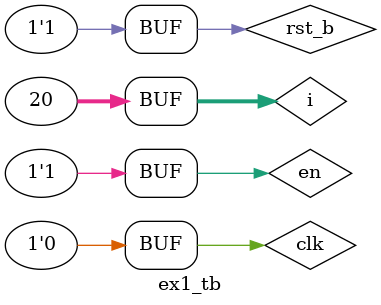
<source format=v>
module my_dff(input clk, input rst_b, input en, input [3:0] d, output reg [3:0] q);
  always @(posedge clk) begin
    if(!rst_b)q<=1;
    else if(en) q<=d;
  end
endmodule

module ex1(input clk, input rst_b, input en, output [3:0] q);
  generate
    genvar i;
    for(i=0;i<4;i=i+1) begin : loop
      if(i==0)my_dff ffs(.clk(clk), .rst_b(rst_b), .en(en), .d(1), .q(q[i]));
      else my_dff ffs(.clk(clk), .rst_b(rst_b), .en(en), .d(q[i-1]+1), .q(q[i]));
    end
  endgenerate
endmodule

module ex1_tb;
  reg clk, rst_b, en;
  wire [3:0] q;
  
  ex1 dut(
    .clk(clk),
    .rst_b(rst_b),
    .en(en),
    .q(q)
  );
  
  initial begin
    clk=0;
    rst_b=0;
    en=1;
  end
  
  integer i=0;
  initial begin
    for(i=0;i<20;i=i+1) begin
      #50 clk=~clk;
    end
  end
  
  initial begin
    #25 rst_b=1;
  end
  
endmodule
  
</source>
